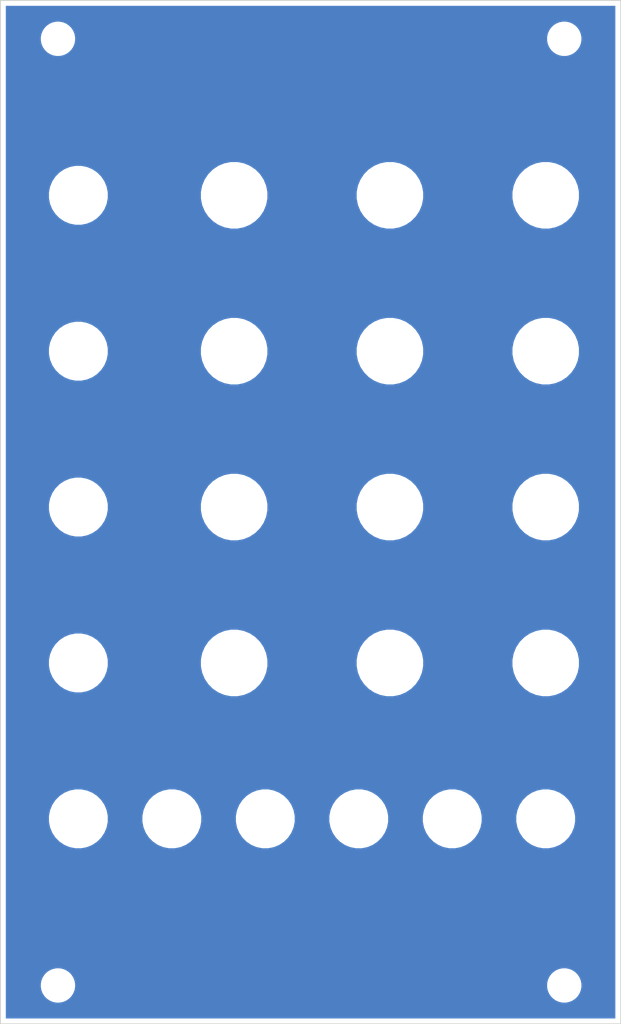
<source format=kicad_pcb>
(kicad_pcb (version 20221018) (generator pcbnew)
  (title_block (title "resonanz") (date "2020-06-10") (rev "01") (comment 1 "panel PCB") (comment 2 "tripple resonant band pass filter") (comment 4 "License CC BY 4.0 - Attribution 4.0 International"))
  (layers (0 "F.Cu" signal) (31 "B.Cu" signal) (34 "B.Paste" user) (35 "F.Paste" user) (36 "B.SilkS" user "B.Silkscreen") (37 "F.SilkS" user "F.Silkscreen") (38 "B.Mask" user) (39 "F.Mask" user) (44 "Edge.Cuts" user))
  (net 0 "")
  (footprint "elektrophon:panel_potentiometer" (layer "F.Cu") (at 76.2 50.8)
    (fp_text reference "H3" hide)
    (fp_text value "resonance_1" hide)
    (pad "" np_thru_hole circle (at 0 0) (size 7.4 7.4) (drill 7.4) (layers "*.Cu" "*.Mask"))
  )
  (footprint "elektrophon:panel_potentiometer" (layer "F.Cu") (at 55.88 50.8)
    (fp_text reference "H4" hide)
    (fp_text value "frequency_1" hide)
    (pad "" np_thru_hole circle (at 0 0) (size 7.4 7.4) (drill 7.4) (layers "*.Cu" "*.Mask"))
  )
  (footprint "elektrophon:panel_jack" (layer "F.Cu") (at 47.752 132.08)
    (fp_text reference "H5" hide)
    (fp_text value "OUT_1" hide)
    (pad "" np_thru_hole circle (at 0 0) (size 6.4 6.4) (drill 6.4) (layers "*.Cu" "*.Mask"))
  )
  (footprint "MountingHole:MountingHole_3.2mm_M3" (layer "F.Cu") (at 32.9 30.4)
    (fp_text reference "H6" hide)
    (fp_text value "MountingHole" hide)
    (pad "" np_thru_hole circle (at 0 0) (size 3.2 3.2) (drill 3.2) (layers "*.Cu" "*.Mask"))
  )
  (footprint "MountingHole:MountingHole_3.2mm_M3" (layer "F.Cu") (at 32.9 153.8)
    (fp_text reference "H7" hide)
    (fp_text value "MountingHole" hide)
    (pad "" np_thru_hole circle (at 0 0) (size 3.2 3.2) (drill 3.2) (layers "*.Cu" "*.Mask"))
  )
  (footprint "MountingHole:MountingHole_3.2mm_M3" (layer "F.Cu") (at 98.94 30.4)
    (fp_text reference "H8" hide)
    (fp_text value "MountingHole" hide)
    (pad "" np_thru_hole circle (at 0 0) (size 3.2 3.2) (drill 3.2) (layers "*.Cu" "*.Mask"))
  )
  (footprint "MountingHole:MountingHole_3.2mm_M3" (layer "F.Cu") (at 98.94 153.8)
    (fp_text reference "H9" hide)
    (fp_text value "MountingHole" hide)
    (pad "" np_thru_hole circle (at 0 0) (size 3.2 3.2) (drill 3.2) (layers "*.Cu" "*.Mask"))
  )
  (footprint "elektrophon:panel_jack" (layer "F.Cu") (at 35.56 71.12)
    (fp_text reference "H10" hide)
    (fp_text value "IN_2" hide)
    (pad "" np_thru_hole circle (at 0 0) (size 6.4 6.4) (drill 6.4) (layers "*.Cu" "*.Mask"))
  )
  (footprint "elektrophon:panel_potentiometer" (layer "F.Cu") (at 76.2 71.12)
    (fp_text reference "H12" hide)
    (fp_text value "resonance_2" hide)
    (pad "" np_thru_hole circle (at 0 0) (size 7.4 7.4) (drill 7.4) (layers "*.Cu" "*.Mask"))
  )
  (footprint "elektrophon:panel_potentiometer" (layer "F.Cu") (at 55.88 91.44)
    (fp_text reference "H13" hide)
    (fp_text value "frequency_2" hide)
    (pad "" np_thru_hole circle (at 0 0) (size 7.4 7.4) (drill 7.4) (layers "*.Cu" "*.Mask"))
  )
  (footprint "elektrophon:panel_jack" (layer "F.Cu") (at 59.944 132.08)
    (fp_text reference "H14" hide)
    (fp_text value "OUT_2" hide)
    (pad "" np_thru_hole circle (at 0 0) (size 6.4 6.4) (drill 6.4) (layers "*.Cu" "*.Mask"))
  )
  (footprint "elektrophon:panel_jack" (layer "F.Cu") (at 35.56 91.44)
    (fp_text reference "H15" hide)
    (fp_text value "IN_3" hide)
    (pad "" np_thru_hole circle (at 0 0) (size 6.4 6.4) (drill 6.4) (layers "*.Cu" "*.Mask"))
  )
  (footprint "elektrophon:panel_jack" (layer "F.Cu") (at 35.56 132.08)
    (fp_text reference "H16" hide)
    (fp_text value "IN" hide)
    (pad "" np_thru_hole circle (at 0 0) (size 6.4 6.4) (drill 6.4) (layers "*.Cu" "*.Mask"))
  )
  (footprint "elektrophon:panel_potentiometer" (layer "F.Cu") (at 76.2 91.44)
    (fp_text reference "H17" hide)
    (fp_text value "resonance_3" hide)
    (pad "" np_thru_hole circle (at 0 0) (size 7.4 7.4) (drill 7.4) (layers "*.Cu" "*.Mask"))
  )
  (footprint "elektrophon:panel_potentiometer" (layer "F.Cu") (at 55.88 71.12)
    (fp_text reference "H18" hide)
    (fp_text value "frequency_3" hide)
    (pad "" np_thru_hole circle (at 0 0) (size 7.4 7.4) (drill 7.4) (layers "*.Cu" "*.Mask"))
  )
  (footprint "elektrophon:panel_jack" (layer "F.Cu") (at 72.136 132.08)
    (fp_text reference "H19" hide)
    (fp_text value "OUT_3" hide)
    (pad "" np_thru_hole circle (at 0 0) (size 6.4 6.4) (drill 6.4) (layers "*.Cu" "*.Mask"))
  )
  (footprint "elektrophon:panel_potentiometer" (layer "F.Cu") (at 96.52 50.8)
    (fp_text reference "H20" hide)
    (fp_text value "VOL_1" hide)
    (pad "" np_thru_hole circle (at 0 0) (size 7.4 7.4) (drill 7.4) (layers "*.Cu" "*.Mask"))
  )
  (footprint "elektrophon:panel_potentiometer" (layer "F.Cu") (at 96.52 71.12)
    (fp_text reference "H21" hide)
    (fp_text value "VOL_2" hide)
    (pad "" np_thru_hole circle (at 0 0) (size 7.4 7.4) (drill 7.4) (layers "*.Cu" "*.Mask"))
  )
  (footprint "elektrophon:panel_potentiometer" (layer "F.Cu") (at 96.52 91.44)
    (fp_text reference "H22" hide)
    (fp_text value "VOL_3" hide)
    (pad "" np_thru_hole circle (at 0 0) (size 7.4 7.4) (drill 7.4) (layers "*.Cu" "*.Mask"))
  )
  (footprint "elektrophon:panel_jack" (layer "F.Cu") (at 96.52 132.08)
    (fp_text reference "H23" hide)
    (fp_text value "OUT" hide)
    (pad "" np_thru_hole circle (at 0 0) (size 6.4 6.4) (drill 6.4) (layers "*.Cu" "*.Mask"))
  )
  (footprint "elektrophon:panel_jack" (layer "F.Cu") (at 35.56 50.8)
    (fp_text reference "H1" hide)
    (fp_text value "IN_1" hide)
    (pad "" np_thru_hole circle (at 0 0) (size 6.4 6.4) (drill 6.4) (layers "*.Cu" "*.Mask"))
  )
  (footprint "elektrophon:panel_jack" (layer "F.Cu") (at 35.56 111.76)
    (fp_text reference "H2" hide)
    (fp_text value "IN_4" hide)
    (pad "" np_thru_hole circle (at 0 0) (size 6.4 6.4) (drill 6.4) (layers "*.Cu" "*.Mask"))
  )
  (footprint "elektrophon:panel_potentiometer" (layer "F.Cu") (at 76.2 111.76)
    (fp_text reference "H11" hide)
    (fp_text value "resonance_4" hide)
    (pad "" np_thru_hole circle (at 0 0) (size 7.4 7.4) (drill 7.4) (layers "*.Cu" "*.Mask"))
  )
  (footprint "elektrophon:panel_potentiometer" (layer "F.Cu") (at 55.88 111.76)
    (fp_text reference "H24" hide)
    (fp_text value "frequency_4" hide)
    (pad "" np_thru_hole circle (at 0 0) (size 7.4 7.4) (drill 7.4) (layers "*.Cu" "*.Mask"))
  )
  (footprint "elektrophon:panel_jack" (layer "F.Cu") (at 84.328 132.08)
    (fp_text reference "H25" hide)
    (fp_text value "OUT_4" hide)
    (pad "" np_thru_hole circle (at 0 0) (size 6.4 6.4) (drill 6.4) (layers "*.Cu" "*.Mask"))
  )
  (footprint "elektrophon:panel_potentiometer" (layer "F.Cu") (at 96.52 111.76)
    (fp_text reference "H26" hide)
    (fp_text value "VOL_4" hide)
    (pad "" np_thru_hole circle (at 0 0) (size 7.4 7.4) (drill 7.4) (layers "*.Cu" "*.Mask"))
  )
  (gr_line (start 25.4 25.4) (end 25.4 158.8) (stroke (width 0.12)) (layer "Edge.Cuts"))
  (gr_line (start 25.4 25.4) (end 106.3 25.4) (stroke (width 0.12)) (layer "Edge.Cuts"))
  (gr_line (start 106.3 158.8) (end 25.4 158.8) (stroke (width 0.12)) (layer "Edge.Cuts"))
  (gr_line (start 106.3 25.4) (end 106.3 158.8) (stroke (width 0.12)) (layer "Edge.Cuts"))
  (gr_text "R01" (at 89.97 155.26) (layer "F.Cu") (effects (font (size 2 1.4) (thickness 0.25))))
  (zone (net 0) (net_name "") (layer "B.Cu") (connect_pads (clearance 0.508)) (min_thickness 0.254) (fill yes (thermal_gap 0.508) (thermal_bridge_width 0.508))
    (polygon (pts (xy 25.43 25.4) (xy 106.33 25.39) (xy 106.27 158.8) (xy 25.4 158.75)))
  )
)
</source>
